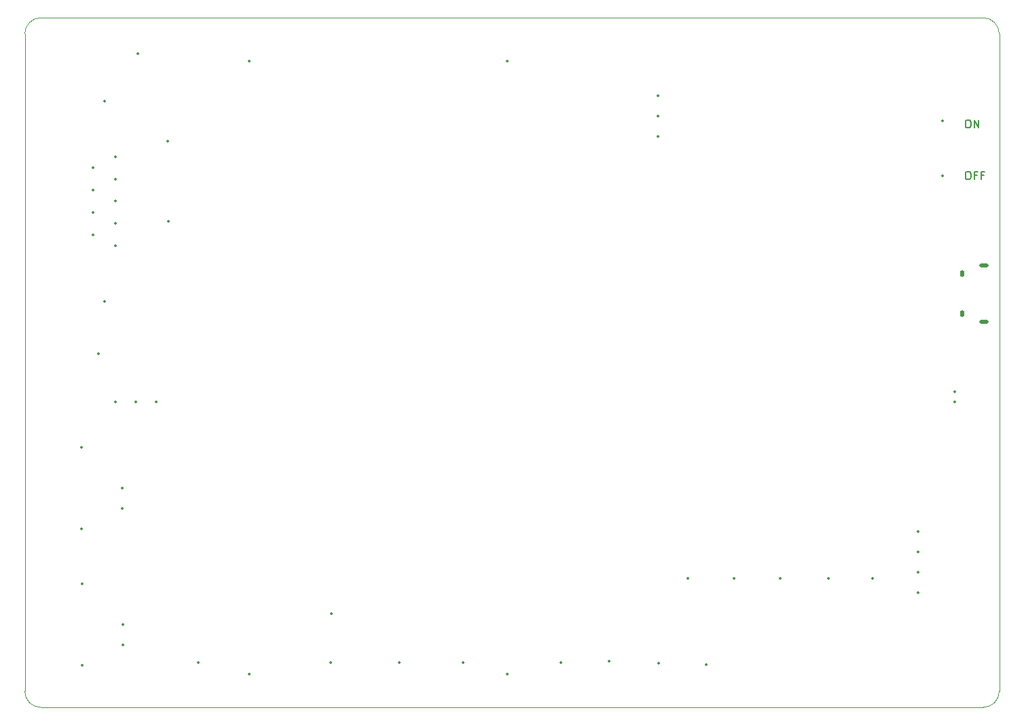
<source format=gko>
%TF.GenerationSoftware,KiCad,Pcbnew,9.0.0*%
%TF.CreationDate,2025-02-25T12:17:54-05:00*%
%TF.ProjectId,kicad_pulse_supply-rev-C,6b696361-645f-4707-956c-73655f737570,rev?*%
%TF.SameCoordinates,Original*%
%TF.FileFunction,Profile,NP*%
%FSLAX46Y46*%
G04 Gerber Fmt 4.6, Leading zero omitted, Abs format (unit mm)*
G04 Created by KiCad (PCBNEW 9.0.0) date 2025-02-25 12:17:54*
%MOMM*%
%LPD*%
G01*
G04 APERTURE LIST*
%ADD10C,0.150000*%
%TA.AperFunction,Profile*%
%ADD11C,0.100000*%
%TD*%
%ADD12C,0.350000*%
%ADD13O,1.150000X0.500000*%
%ADD14O,0.550000X0.850000*%
G04 APERTURE END LIST*
D10*
X161472255Y-82825043D02*
X161662731Y-82825043D01*
X161662731Y-82825043D02*
X161757969Y-82872662D01*
X161757969Y-82872662D02*
X161853207Y-82967900D01*
X161853207Y-82967900D02*
X161900826Y-83158376D01*
X161900826Y-83158376D02*
X161900826Y-83491709D01*
X161900826Y-83491709D02*
X161853207Y-83682185D01*
X161853207Y-83682185D02*
X161757969Y-83777424D01*
X161757969Y-83777424D02*
X161662731Y-83825043D01*
X161662731Y-83825043D02*
X161472255Y-83825043D01*
X161472255Y-83825043D02*
X161377017Y-83777424D01*
X161377017Y-83777424D02*
X161281779Y-83682185D01*
X161281779Y-83682185D02*
X161234160Y-83491709D01*
X161234160Y-83491709D02*
X161234160Y-83158376D01*
X161234160Y-83158376D02*
X161281779Y-82967900D01*
X161281779Y-82967900D02*
X161377017Y-82872662D01*
X161377017Y-82872662D02*
X161472255Y-82825043D01*
X162329398Y-83825043D02*
X162329398Y-82825043D01*
X162329398Y-82825043D02*
X162900826Y-83825043D01*
X162900826Y-83825043D02*
X162900826Y-82825043D01*
X161472255Y-89264819D02*
X161662731Y-89264819D01*
X161662731Y-89264819D02*
X161757969Y-89312438D01*
X161757969Y-89312438D02*
X161853207Y-89407676D01*
X161853207Y-89407676D02*
X161900826Y-89598152D01*
X161900826Y-89598152D02*
X161900826Y-89931485D01*
X161900826Y-89931485D02*
X161853207Y-90121961D01*
X161853207Y-90121961D02*
X161757969Y-90217200D01*
X161757969Y-90217200D02*
X161662731Y-90264819D01*
X161662731Y-90264819D02*
X161472255Y-90264819D01*
X161472255Y-90264819D02*
X161377017Y-90217200D01*
X161377017Y-90217200D02*
X161281779Y-90121961D01*
X161281779Y-90121961D02*
X161234160Y-89931485D01*
X161234160Y-89931485D02*
X161234160Y-89598152D01*
X161234160Y-89598152D02*
X161281779Y-89407676D01*
X161281779Y-89407676D02*
X161377017Y-89312438D01*
X161377017Y-89312438D02*
X161472255Y-89264819D01*
X162662731Y-89741009D02*
X162329398Y-89741009D01*
X162329398Y-90264819D02*
X162329398Y-89264819D01*
X162329398Y-89264819D02*
X162805588Y-89264819D01*
X163519874Y-89741009D02*
X163186541Y-89741009D01*
X163186541Y-90264819D02*
X163186541Y-89264819D01*
X163186541Y-89264819D02*
X163662731Y-89264819D01*
D11*
X43945000Y-72095000D02*
G75*
G02*
X45945000Y-70095000I2000000J0D01*
G01*
X163445000Y-70095000D02*
G75*
G02*
X165445000Y-72095000I0J-2000000D01*
G01*
X45945000Y-156095000D02*
G75*
G02*
X43945000Y-154095000I0J2000000D01*
G01*
X45945000Y-70095000D02*
X163445000Y-70095000D01*
X43945000Y-154095000D02*
X43945000Y-72095000D01*
X165445000Y-72095000D02*
X165445000Y-154095000D01*
X163445000Y-156095000D02*
X45945000Y-156095000D01*
X165445000Y-154095000D02*
G75*
G02*
X163445000Y-156095000I-2000000J0D01*
G01*
D12*
X55286000Y-98513000D03*
X55286000Y-95743000D03*
X55286000Y-92973000D03*
X55286000Y-90203000D03*
X55286000Y-87433000D03*
X52446000Y-97128000D03*
X52446000Y-94358000D03*
X52446000Y-91588000D03*
X52446000Y-88818000D03*
X53866000Y-80478000D03*
X53866000Y-105468000D03*
D13*
X163566000Y-100978000D03*
D14*
X160866000Y-101978000D03*
X160866000Y-106978000D03*
D13*
X163566000Y-107978000D03*
D12*
X149616000Y-139978000D03*
X128866000Y-150728000D03*
X53166000Y-111978000D03*
X155366000Y-141778000D03*
X155366000Y-139238000D03*
X155366000Y-136698000D03*
X155366000Y-134158000D03*
X138116000Y-139978000D03*
X132366000Y-139978000D03*
X51036000Y-123648000D03*
X51036000Y-133808000D03*
X56116000Y-128728000D03*
X56116000Y-131268000D03*
X51116000Y-140648000D03*
X51116000Y-150808000D03*
X56196000Y-145728000D03*
X56196000Y-148268000D03*
X65616000Y-150478000D03*
X144116000Y-139978000D03*
X98616000Y-150478000D03*
X104116000Y-75528000D03*
X104116000Y-151928000D03*
X60291000Y-117978000D03*
X57751000Y-117978000D03*
X55211000Y-117978000D03*
X122966000Y-150578000D03*
X58066000Y-74578000D03*
X82116000Y-150478000D03*
X61866000Y-95478000D03*
X116766000Y-150378000D03*
X71966000Y-75528000D03*
X90616000Y-150478000D03*
X122866000Y-84918000D03*
X122866000Y-82378000D03*
X122866000Y-79838000D03*
X159866000Y-116708000D03*
X159866000Y-117978000D03*
X158366000Y-82978000D03*
X158366000Y-89778000D03*
X61766000Y-85478000D03*
X82166000Y-144378000D03*
X110766000Y-150478000D03*
X71966000Y-151928000D03*
X126616000Y-139978000D03*
M02*

</source>
